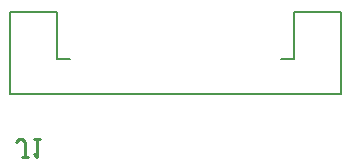
<source format=gbo>
G04*
G04 #@! TF.GenerationSoftware,Altium Limited,Altium Designer,22.11.1 (43)*
G04*
G04 Layer_Color=32896*
%FSLAX25Y25*%
%MOIN*%
G70*
G04*
G04 #@! TF.SameCoordinates,4D6F9E16-F8D6-4E59-8BFB-CDB79C160039*
G04*
G04*
G04 #@! TF.FilePolarity,Positive*
G04*
G01*
G75*
%ADD10C,0.00787*%
%ADD12C,0.01000*%
%ADD34C,0.00394*%
D10*
X298413Y520472D02*
X302743D01*
X298413D02*
Y536220D01*
X282468D02*
X298413D01*
X282468Y508661D02*
Y536220D01*
Y508661D02*
X392901D01*
X393098Y536220D01*
X377153D02*
X393098D01*
X377153Y520472D02*
Y536220D01*
X372822Y520472D02*
X377153D01*
D12*
X288779Y487910D02*
X286779D01*
X287779D01*
Y492909D01*
X286779Y493909D01*
X285780D01*
X284780Y492909D01*
X290778Y493909D02*
X292778D01*
X291778D01*
Y487910D01*
X290778Y488910D01*
D34*
X306287Y538189D02*
G03*
X306287Y538583I0J197D01*
G01*
D02*
G03*
X306287Y538189I0J-197D01*
G01*
M02*

</source>
